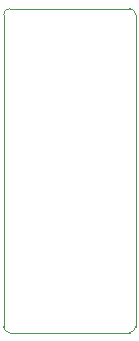
<source format=gbr>
%TF.GenerationSoftware,KiCad,Pcbnew,5.1.9+dfsg1-1+deb11u1*%
%TF.CreationDate,2025-02-04T19:42:45-08:00*%
%TF.ProjectId,soic14,736f6963-3134-42e6-9b69-6361645f7063,rev?*%
%TF.SameCoordinates,Original*%
%TF.FileFunction,Profile,NP*%
%FSLAX46Y46*%
G04 Gerber Fmt 4.6, Leading zero omitted, Abs format (unit mm)*
G04 Created by KiCad (PCBNEW 5.1.9+dfsg1-1+deb11u1) date 2025-02-04 19:42:45*
%MOMM*%
%LPD*%
G01*
G04 APERTURE LIST*
%TA.AperFunction,Profile*%
%ADD10C,0.050000*%
%TD*%
G04 APERTURE END LIST*
D10*
X154940000Y-80264000D02*
G75*
G02*
X155448000Y-80772000I0J-508000D01*
G01*
X144272000Y-80772000D02*
G75*
G02*
X144780000Y-80264000I508000J0D01*
G01*
X144780000Y-107696000D02*
G75*
G02*
X144272000Y-107188000I0J508000D01*
G01*
X155448000Y-107188000D02*
G75*
G02*
X154940000Y-107696000I-508000J0D01*
G01*
X144272000Y-107188000D02*
X144272000Y-80772000D01*
X154940000Y-107696000D02*
X144780000Y-107696000D01*
X155448000Y-80772000D02*
X155448000Y-107188000D01*
X144780000Y-80264000D02*
X154940000Y-80264000D01*
M02*

</source>
